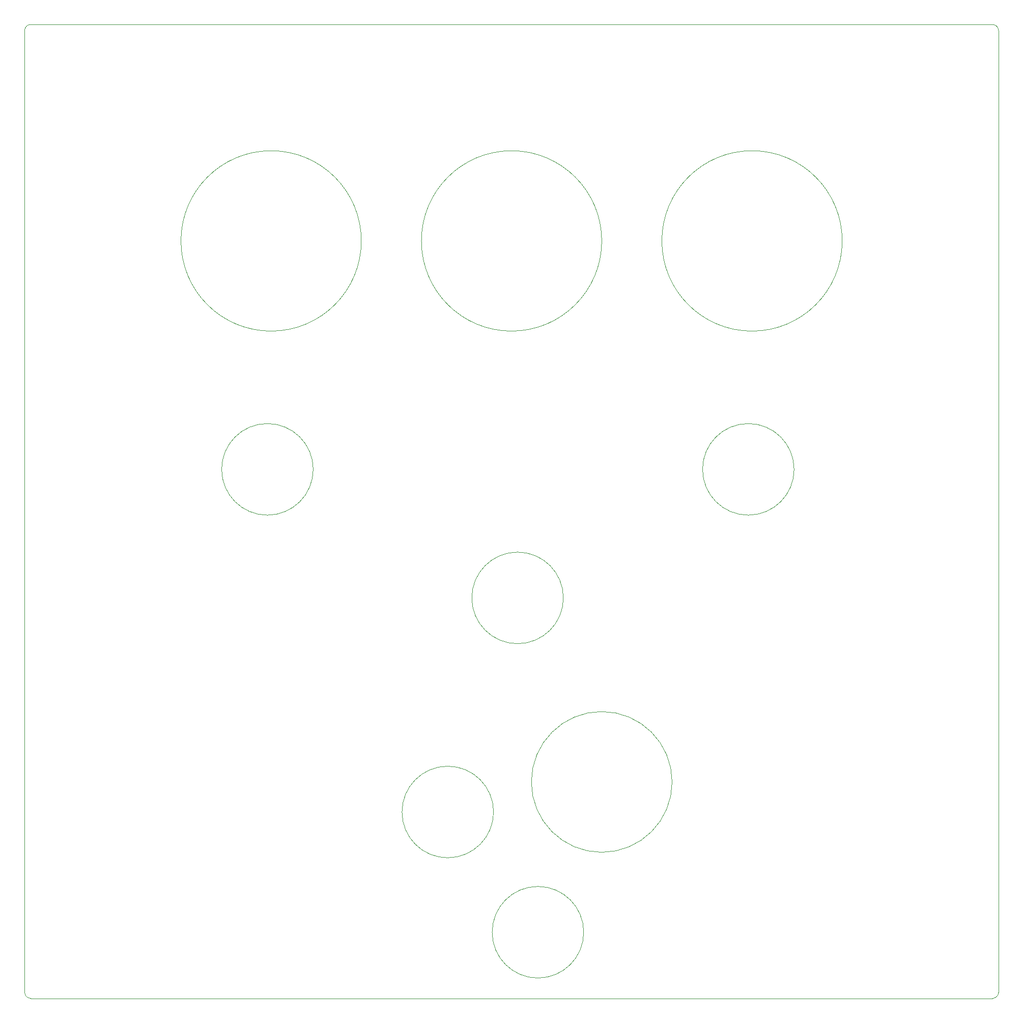
<source format=gm1>
G04 #@! TF.GenerationSoftware,KiCad,Pcbnew,7.0.9-1.fc39*
G04 #@! TF.CreationDate,2023-12-18T12:14:33-05:00*
G04 #@! TF.ProjectId,SYSMATT-WS2812-MATRIX-CARRIER-SPACER-PLATE,5359534d-4154-4542-9d57-53323831322d,rev?*
G04 #@! TF.SameCoordinates,Original*
G04 #@! TF.FileFunction,Profile,NP*
%FSLAX46Y46*%
G04 Gerber Fmt 4.6, Leading zero omitted, Abs format (unit mm)*
G04 Created by KiCad (PCBNEW 7.0.9-1.fc39) date 2023-12-18 12:14:33*
%MOMM*%
%LPD*%
G01*
G04 APERTURE LIST*
G04 #@! TA.AperFunction,Profile*
%ADD10C,0.100000*%
G04 #@! TD*
G04 APERTURE END LIST*
D10*
X126704700Y-145000000D02*
G75*
G03*
X126704700Y-145000000I-11704700J0D01*
G01*
X112000000Y-170000000D02*
G75*
G03*
X112000000Y-170000000I-7615773J0D01*
G01*
X97000000Y-150000000D02*
G75*
G03*
X97000000Y-150000000I-7615773J0D01*
G01*
X108615773Y-114384227D02*
G75*
G03*
X108615773Y-114384227I-7615773J0D01*
G01*
X147000000Y-93000000D02*
G75*
G03*
X147000000Y-93000000I-7615773J0D01*
G01*
X67000000Y-93000000D02*
G75*
G03*
X67000000Y-93000000I-7615773J0D01*
G01*
X20000000Y-19000000D02*
G75*
G03*
X19000000Y-20000000I0J-1000000D01*
G01*
X20000000Y-181000000D02*
X180000000Y-181000000D01*
X19000000Y-180000000D02*
G75*
G03*
X20000000Y-181000000I1000000J0D01*
G01*
X181000000Y-180000000D02*
X181000000Y-20000000D01*
X75000000Y-55000000D02*
G75*
G03*
X75000000Y-55000000I-15000000J0D01*
G01*
X155000000Y-55000000D02*
G75*
G03*
X155000000Y-55000000I-15000000J0D01*
G01*
X181000000Y-20000000D02*
G75*
G03*
X180000000Y-19000000I-1000000J0D01*
G01*
X180000000Y-181000000D02*
G75*
G03*
X181000000Y-180000000I0J1000000D01*
G01*
X180000000Y-19000000D02*
X20000000Y-19000000D01*
X19000000Y-20000000D02*
X19000000Y-180000000D01*
X115000000Y-55000000D02*
G75*
G03*
X115000000Y-55000000I-15000000J0D01*
G01*
M02*

</source>
